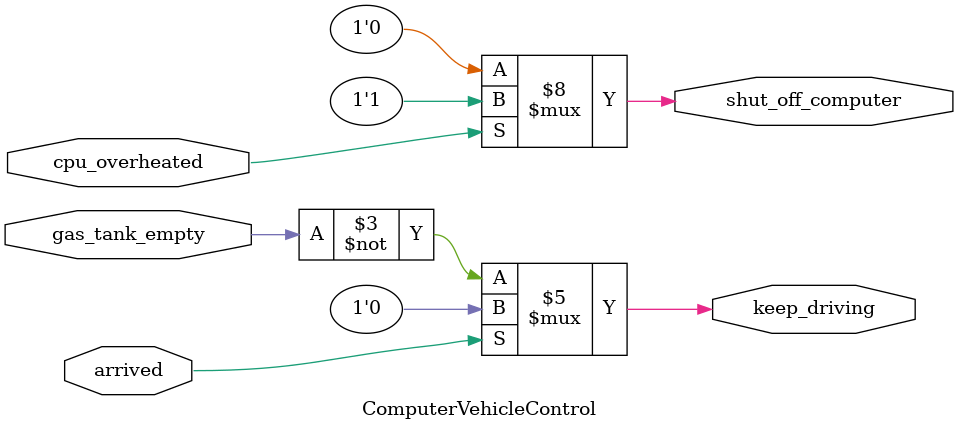
<source format=sv>
module ComputerVehicleControl (
    input logic cpu_overheated,
    input logic arrived,
    input logic gas_tank_empty,
    output logic shut_off_computer,
    output logic keep_driving
);

    always_comb begin
        // Default state
        shut_off_computer = 1'b0;
        keep_driving = 1'b0;

        // Control logic
        if (cpu_overheated) begin
            shut_off_computer = 1'b1;
        end
        
        if (~arrived) begin
            keep_driving = ~gas_tank_empty;
        end
    end

endmodule
</source>
